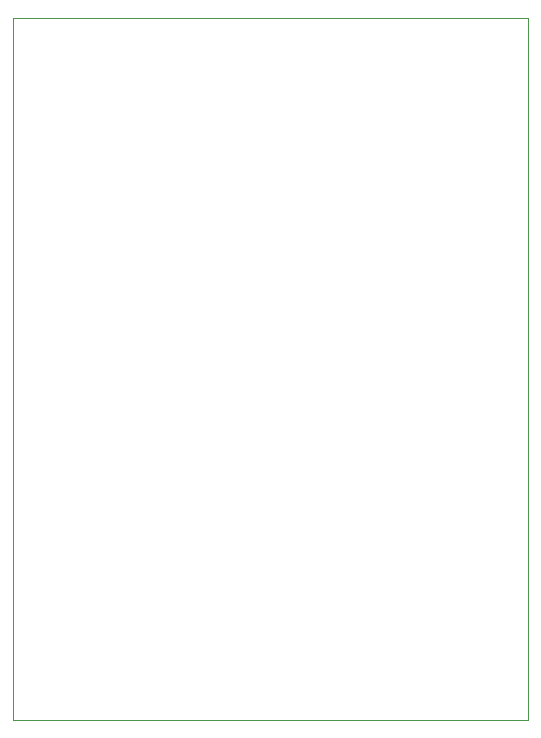
<source format=gm1>
%TF.GenerationSoftware,KiCad,Pcbnew,8.0.6*%
%TF.CreationDate,2024-12-01T20:13:51+01:00*%
%TF.ProjectId,reverseExpansionPort,72657665-7273-4654-9578-70616e73696f,rev?*%
%TF.SameCoordinates,Original*%
%TF.FileFunction,Profile,NP*%
%FSLAX46Y46*%
G04 Gerber Fmt 4.6, Leading zero omitted, Abs format (unit mm)*
G04 Created by KiCad (PCBNEW 8.0.6) date 2024-12-01 20:13:51*
%MOMM*%
%LPD*%
G01*
G04 APERTURE LIST*
%TA.AperFunction,Profile*%
%ADD10C,0.050000*%
%TD*%
G04 APERTURE END LIST*
D10*
X126873000Y-122428000D02*
X170434000Y-122428000D01*
X126873000Y-62992000D02*
X170434000Y-62992000D01*
%TO.C,P2*%
X126873000Y-63017400D02*
X126873000Y-122402600D01*
%TO.C,P1*%
X170434000Y-122402600D02*
X170434000Y-63017400D01*
%TD*%
M02*

</source>
